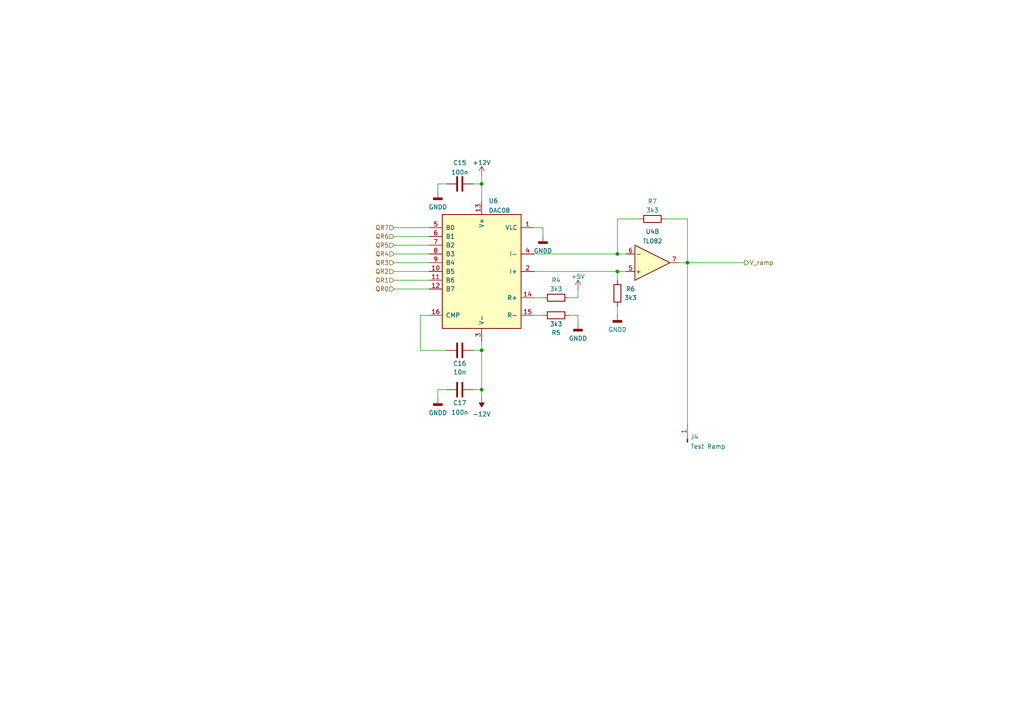
<source format=kicad_sch>
(kicad_sch (version 20211123) (generator eeschema)
  (paper "A4")
  (title_block (title "FGVCO - Core 2") (date "2022-05-31") (company "Gottardo Filippo"))
  (lib_symbols
    (symbol "Amplifier_Operational:TL082" (pin_names (offset 0.127))
      (property "Reference" "U" (at 0 5.08 0))
      (property "Value" "TL082" (at 0 -5.08 0))
      (symbol "TL082_1_1"
        (polyline (pts (xy -5.08 5.08) (xy 5.08 0) (xy -5.08 -5.08) (xy -5.08 5.08)) (stroke (width 0.254)) (fill (type background)))
        (pin output line (at 7.62 0 180) (length 2.54) (name "~") (number "1"))
        (pin input line (at -7.62 -2.54 0) (length 2.54) (name "-") (number "2"))
        (pin input line (at -7.62 2.54 0) (length 2.54) (name "+") (number "3"))
      )
      (symbol "TL082_2_1"
        (polyline (pts (xy -5.08 5.08) (xy 5.08 0) (xy -5.08 -5.08) (xy -5.08 5.08)) (stroke (width 0.254)) (fill (type background)))
        (pin input line (at -7.62 2.54 0) (length 2.54) (name "+") (number "5"))
        (pin input line (at -7.62 -2.54 0) (length 2.54) (name "-") (number "6"))
        (pin output line (at 7.62 0 180) (length 2.54) (name "~") (number "7"))
      )
      (symbol "TL082_3_1"
        (pin power_in line (at -2.54 -7.62 90) (length 3.81) (name "V-") (number "4"))
        (pin power_in line (at -2.54 7.62 270) (length 3.81) (name "V+") (number "8"))
      )
    )
    (symbol "Analog_DAC:DAC08" (pin_names (offset 1.016))
      (property "Reference" "U?" (at 2.0194 20.4765 0))
      (property "Value" "DAC08" (at 2.0194 17.7014 0))
      (symbol "DAC08_0_1"
        (rectangle (start -11.43 -16.51) (end 11.43 16.51) (stroke (width 0.254)) (fill (type background)))
      )
      (symbol "DAC08_1_1"
        (pin input line (at 15.24 12.7 180) (length 3.81) (name "VLC") (number "1"))
        (pin input line (at -15.24 0 0) (length 3.81) (name "B5") (number "10"))
        (pin input line (at -15.24 -2.54 0) (length 3.81) (name "B6") (number "11"))
        (pin input line (at -15.24 -5.08 0) (length 3.81) (name "B7") (number "12"))
        (pin power_in line (at 0 20.32 270) (length 3.81) (name "V+") (number "13"))
        (pin input line (at 15.24 -7.62 180) (length 3.81) (name "R+") (number "14"))
        (pin input line (at 15.24 -12.7 180) (length 3.81) (name "R-") (number "15"))
        (pin input line (at -15.24 -12.7 0) (length 3.81) (name "CMP") (number "16"))
        (pin output line (at 15.24 0 180) (length 3.81) (name "I+") (number "2"))
        (pin power_in line (at 0 -20.32 90) (length 3.81) (name "V-") (number "3"))
        (pin output line (at 15.24 5.08 180) (length 3.81) (name "I-") (number "4"))
        (pin input line (at -15.24 12.7 0) (length 3.81) (name "B0") (number "5"))
        (pin input line (at -15.24 10.16 0) (length 3.81) (name "B1") (number "6"))
        (pin input line (at -15.24 7.62 0) (length 3.81) (name "B2") (number "7"))
        (pin input line (at -15.24 5.08 0) (length 3.81) (name "B3") (number "8"))
        (pin input line (at -15.24 2.54 0) (length 3.81) (name "B4") (number "9"))
      )
    )
    (symbol "Connector:Conn_01x01_Male" (pin_names (offset 1.016) hide)
      (property "Reference" "J" (at 0 2.54 0))
      (property "Value" "Conn_01x01_Male" (at 0 -2.54 0))
      (symbol "Conn_01x01_Male_1_1"
        (polyline (pts (xy 1.27 0) (xy 0.8636 0)) (stroke (width 0.1524)))
        (rectangle (start 0.8636 0.127) (end 0 -0.127) (stroke (width 0.1524)) (fill (type outline)))
        (pin passive line (at 5.08 0 180) (length 3.81) (name "Pin_1") (number "1"))
      )
    )
    (symbol "Device:C" (pin_numbers hide) (pin_names (offset 0.254))
      (property "Reference" "C" (at 0.635 2.54 0))
      (property "Value" "C" (at 0.635 -2.54 0))
      (symbol "C_0_1"
        (polyline (pts (xy -2.032 -0.762) (xy 2.032 -0.762)) (stroke (width 0.508)))
        (polyline (pts (xy -2.032 0.762) (xy 2.032 0.762)) (stroke (width 0.508)))
      )
      (symbol "C_1_1"
        (pin passive line (at 0 3.81 270) (length 2.794) (name "~") (number "1"))
        (pin passive line (at 0 -3.81 90) (length 2.794) (name "~") (number "2"))
      )
    )
    (symbol "Device:R" (pin_numbers hide) (pin_names (offset 0))
      (property "Reference" "R" (at 2.032 0 90))
      (property "Value" "R" (at 0 0 90))
      (symbol "R_0_1"
        (rectangle (start -1.016 -2.54) (end 1.016 2.54) (stroke (width 0.254)))
      )
      (symbol "R_1_1"
        (pin passive line (at 0 3.81 270) (length 1.27) (name "~") (number "1"))
        (pin passive line (at 0 -3.81 90) (length 1.27) (name "~") (number "2"))
      )
    )
    (symbol "power:+12V" (power) (pin_names (offset 0))
      (property "Value" "+12V" (at 0 3.556 0))
      (symbol "+12V_0_1"
        (polyline (pts (xy -0.762 1.27) (xy 0 2.54)))
        (polyline (pts (xy 0 0) (xy 0 2.54)))
        (polyline (pts (xy 0 2.54) (xy 0.762 1.27)))
      )
      (symbol "+12V_1_1"
        (pin power_in line (at 0 0 90) (length 0) hide (name "+12V") (number "1"))
      )
    )
    (symbol "power:+5V" (power) (pin_names (offset 0))
      (property "Value" "+5V" (at 0 3.556 0))
      (symbol "+5V_0_1"
        (polyline (pts (xy -0.762 1.27) (xy 0 2.54)))
        (polyline (pts (xy 0 0) (xy 0 2.54)))
        (polyline (pts (xy 0 2.54) (xy 0.762 1.27)))
      )
      (symbol "+5V_1_1"
        (pin power_in line (at 0 0 90) (length 0) hide (name "+5V") (number "1"))
      )
    )
    (symbol "power:-12V" (power) (pin_names (offset 0))
      (property "Value" "-12V" (at 0 3.81 0))
      (symbol "-12V_0_0"
        (pin power_in line (at 0 0 90) (length 0) hide (name "-12V") (number "1"))
      )
      (symbol "-12V_0_1"
        (polyline (pts (xy 0 0) (xy 0 1.27) (xy 0.762 1.27) (xy 0 2.54) (xy -0.762 1.27) (xy 0 1.27)) (fill (type outline)))
      )
    )
    (symbol "power:GNDD" (power) (pin_names (offset 0))
      (property "Value" "GNDD" (at 0 -3.175 0))
      (symbol "GNDD_0_1"
        (rectangle (start -1.27 -1.524) (end 1.27 -2.032) (stroke (width 0.254)) (fill (type outline)))
        (polyline (pts (xy 0 0) (xy 0 -1.524)))
      )
      (symbol "GNDD_1_1"
        (pin power_in line (at 0 0 270) (length 0) hide (name "GNDD") (number "1"))
      )
    )
  )
  (junction (at 179.07 73.66))
  (junction (at 199.39 76.2))
  (junction (at 139.7 53.34))
  (junction (at 139.7 113.03))
  (junction (at 139.7 101.6))
  (junction (at 179.07 78.74))
  (wire (pts (xy 154.94 73.66) (xy 179.07 73.66)))
  (wire (pts (xy 114.3 81.28) (xy 124.46 81.28)))
  (wire (pts (xy 114.3 83.82) (xy 124.46 83.82)))
  (wire (pts (xy 114.3 76.2) (xy 124.46 76.2)))
  (wire (pts (xy 127 115.57) (xy 127 113.03)))
  (wire (pts (xy 139.7 113.03) (xy 139.7 115.57)))
  (wire (pts (xy 154.94 78.74) (xy 179.07 78.74)))
  (wire (pts (xy 179.07 78.74) (xy 179.07 81.28)))
  (wire (pts (xy 121.92 91.44) (xy 124.46 91.44)))
  (wire (pts (xy 129.54 101.6) (xy 121.92 101.6)))
  (wire (pts (xy 139.7 99.06) (xy 139.7 101.6)))
  (wire (pts (xy 139.7 101.6) (xy 139.7 113.03)))
  (wire (pts (xy 114.3 71.12) (xy 124.46 71.12)))
  (wire (pts (xy 154.94 86.36) (xy 157.48 86.36)))
  (wire (pts (xy 137.16 101.6) (xy 139.7 101.6)))
  (wire (pts (xy 179.07 63.5) (xy 179.07 73.66)))
  (wire (pts (xy 199.39 76.2) (xy 199.39 123.19)))
  (wire (pts (xy 179.07 73.66) (xy 181.61 73.66)))
  (wire (pts (xy 165.1 91.44) (xy 167.64 91.44)))
  (wire (pts (xy 114.3 73.66) (xy 124.46 73.66)))
  (wire (pts (xy 114.3 68.58) (xy 124.46 68.58)))
  (wire (pts (xy 199.39 63.5) (xy 199.39 76.2)))
  (wire (pts (xy 167.64 93.98) (xy 167.64 91.44)))
  (wire (pts (xy 139.7 53.34) (xy 139.7 58.42)))
  (wire (pts (xy 185.42 63.5) (xy 179.07 63.5)))
  (wire (pts (xy 199.39 76.2) (xy 215.9 76.2)))
  (wire (pts (xy 114.3 66.04) (xy 124.46 66.04)))
  (wire (pts (xy 179.07 78.74) (xy 181.61 78.74)))
  (wire (pts (xy 139.7 50.8) (xy 139.7 53.34)))
  (wire (pts (xy 114.3 78.74) (xy 124.46 78.74)))
  (wire (pts (xy 127 113.03) (xy 129.54 113.03)))
  (wire (pts (xy 199.39 76.2) (xy 196.85 76.2)))
  (wire (pts (xy 157.48 68.58) (xy 157.48 66.04)))
  (wire (pts (xy 127 55.88) (xy 127 53.34)))
  (wire (pts (xy 127 53.34) (xy 129.54 53.34)))
  (wire (pts (xy 167.64 83.82) (xy 167.64 86.36)))
  (wire (pts (xy 154.94 66.04) (xy 157.48 66.04)))
  (wire (pts (xy 179.07 91.44) (xy 179.07 88.9)))
  (wire (pts (xy 193.04 63.5) (xy 199.39 63.5)))
  (wire (pts (xy 165.1 86.36) (xy 167.64 86.36)))
  (wire (pts (xy 154.94 91.44) (xy 157.48 91.44)))
  (wire (pts (xy 137.16 53.34) (xy 139.7 53.34)))
  (wire (pts (xy 137.16 113.03) (xy 139.7 113.03)))
  (wire (pts (xy 121.92 101.6) (xy 121.92 91.44)))
  (hierarchical_label "QR2" (shape input) (at 114.3 78.74 180))
  (hierarchical_label "QR0" (shape input) (at 114.3 83.82 180))
  (hierarchical_label "QR7" (shape input) (at 114.3 66.04 180))
  (hierarchical_label "QR5" (shape input) (at 114.3 71.12 180))
  (hierarchical_label "QR6" (shape input) (at 114.3 68.58 180))
  (hierarchical_label "QR4" (shape input) (at 114.3 73.66 180))
  (hierarchical_label "QR3" (shape input) (at 114.3 76.2 180))
  (hierarchical_label "V_ramp" (shape output) (at 215.9 76.2 0))
  (hierarchical_label "QR1" (shape input) (at 114.3 81.28 180))
  (symbol (lib_id "Device:C") (at 133.35 113.03 270) (mirror x) (unit 1)
    (property "Reference" "C17" (at 133.35 116.84 90))
    (property "Value" "100n" (at 133.35 119.6151 90))
    (property "Footprint" "Custom Footprints:C_Disc_P2.54mm" (effects hide))
  )
  (symbol (lib_id "Amplifier_Operational:TL082") (at 189.23 76.2 0) (mirror x) (unit 2)
    (property "Reference" "U4" (at 189.23 67.1535 0))
    (property "Value" "TL082" (at 189.23 69.9286 0))
    (property "Footprint" "Custom Footprints:DIP-8_central_caps" (effects hide))
    (property "Datasheet" "http://www.ti.com/lit/ds/symlink/tl081.pdf" (effects hide))
  )
  (symbol (lib_id "power:GNDD") (at 127 115.57 0) (unit 1)
    (property "Reference" "#PWR037" (effects hide))
    (property "Value" "GNDD" (at 127 119.7515 0))
  )
  (symbol (lib_id "power:GNDD") (at 127 55.88 0) (unit 1)
    (property "Reference" "#PWR036" (effects hide))
    (property "Value" "GNDD" (at 127 60.0615 0))
  )
  (symbol (lib_id "power:-12V") (at 139.7 115.57 180) (unit 1)
    (property "Reference" "#PWR039" (effects hide))
    (property "Value" "-12V" (at 139.7 120.1325 0))
  )
  (symbol (lib_id "power:GNDD") (at 167.64 93.98 0) (unit 1)
    (property "Reference" "#PWR042" (effects hide))
    (property "Value" "GNDD" (at 167.64 98.1615 0))
  )
  (symbol (lib_id "power:GNDD") (at 157.48 68.58 0) (unit 1)
    (property "Reference" "#PWR040" (effects hide))
    (property "Value" "GNDD" (at 157.48 72.7615 0))
  )
  (symbol (lib_id "Device:R") (at 161.29 91.44 90) (unit 1)
    (property "Reference" "R5" (at 161.29 96.52 90))
    (property "Value" "3k3" (at 161.29 93.98 90))
    (property "Footprint" "Resistor_THT:R_Axial_DIN0207_L6.3mm_D2.5mm_P10.16mm_Horizontal" (effects hide))
  )
  (symbol (lib_id "power:+5V") (at 167.64 83.82 0) (unit 1)
    (property "Reference" "#PWR041" (effects hide))
    (property "Value" "+5V" (at 167.64 80.2155 0))
  )
  (symbol (lib_id "Device:C") (at 133.35 101.6 270) (mirror x) (unit 1)
    (property "Reference" "C16" (at 133.35 105.41 90))
    (property "Value" "10n" (at 133.35 107.95 90))
    (property "Footprint" "Custom Footprints:C_Disc_P2.54mm" (effects hide))
  )
  (symbol (lib_id "Analog_DAC:DAC08") (at 139.7 78.74 0) (unit 1)
    (property "Reference" "U6" (at 141.7194 58.2635 0) (effects (justify left)))
    (property "Value" "DAC08" (at 141.7194 61.0386 0) (effects (justify left)))
    (property "Footprint" "Custom Footprints:DIP-16_central_caps" (effects hide))
    (property "Datasheet" "https://www.analog.com/media/en/technical-documentation/data-sheets/DAC08.pdf" (effects hide))
  )
  (symbol (lib_id "Device:R") (at 189.23 63.5 90) (unit 1)
    (property "Reference" "R7" (at 189.23 58.42 90))
    (property "Value" "3k3" (at 189.23 60.96 90))
    (property "Footprint" "Resistor_THT:R_Axial_DIN0207_L6.3mm_D2.5mm_P10.16mm_Horizontal" (effects hide))
  )
  (symbol (lib_id "Device:R") (at 161.29 86.36 90) (unit 1)
    (property "Reference" "R4" (at 161.29 81.28 90))
    (property "Value" "3k3" (at 161.29 83.82 90))
    (property "Footprint" "Resistor_THT:R_Axial_DIN0207_L6.3mm_D2.5mm_P10.16mm_Horizontal" (effects hide))
  )
  (symbol (lib_id "Device:R") (at 179.07 85.09 180) (unit 1)
    (property "Reference" "R6" (at 182.88 83.82 0))
    (property "Value" "3k3" (at 182.88 86.36 0))
    (property "Footprint" "Resistor_THT:R_Axial_DIN0207_L6.3mm_D2.5mm_P10.16mm_Horizontal" (effects hide))
  )
  (symbol (lib_id "power:GNDD") (at 179.07 91.44 0) (unit 1)
    (property "Reference" "#PWR043" (effects hide))
    (property "Value" "GNDD" (at 179.07 95.6215 0))
  )
  (symbol (lib_id "Device:C") (at 133.35 53.34 90) (unit 1)
    (property "Reference" "C15" (at 133.35 47.2145 90))
    (property "Value" "100n" (at 133.35 49.9896 90))
    (property "Footprint" "Custom Footprints:C_Disc_P2.54mm" (effects hide))
  )
  (symbol (lib_id "power:+12V") (at 139.7 50.8 0) (unit 1)
    (property "Reference" "#PWR038" (effects hide))
    (property "Value" "+12V" (at 139.7 47.1955 0))
  )
  (symbol (lib_id "Connector:Conn_01x01_Male") (at 199.39 128.27 90) (unit 1)
    (property "Reference" "J4" (at 200.2282 126.7265 90) (effects (justify right)))
    (property "Value" "Test Ramp" (at 200.2282 129.5016 90) (effects (justify right)))
    (property "Footprint" "Connector_PinHeader_2.54mm:PinHeader_1x01_P2.54mm_Vertical" (effects hide))
  )
)
</source>
